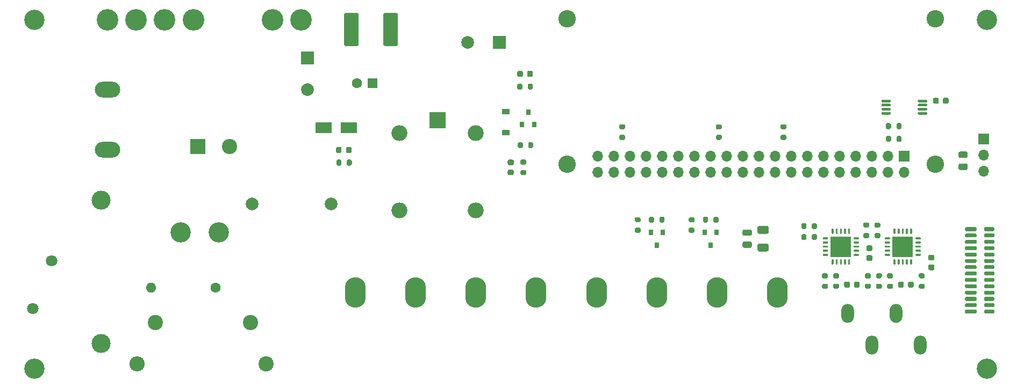
<source format=gbr>
%TF.GenerationSoftware,KiCad,Pcbnew,5.1.10*%
%TF.CreationDate,2021-12-07T00:10:18-05:00*%
%TF.ProjectId,oven-controller,6f76656e-2d63-46f6-9e74-726f6c6c6572,rev?*%
%TF.SameCoordinates,Original*%
%TF.FileFunction,Soldermask,Top*%
%TF.FilePolarity,Negative*%
%FSLAX46Y46*%
G04 Gerber Fmt 4.6, Leading zero omitted, Abs format (unit mm)*
G04 Created by KiCad (PCBNEW 5.1.10) date 2021-12-07 00:10:18*
%MOMM*%
%LPD*%
G01*
G04 APERTURE LIST*
%ADD10C,2.000000*%
%ADD11R,2.000000X2.000000*%
%ADD12C,2.400000*%
%ADD13C,1.600000*%
%ADD14R,1.600000X1.600000*%
%ADD15R,2.500000X1.800000*%
%ADD16R,1.200000X0.900000*%
%ADD17C,3.000000*%
%ADD18C,3.200000*%
%ADD19O,2.500000X2.500000*%
%ADD20R,2.500000X2.500000*%
%ADD21O,2.400000X2.400000*%
%ADD22C,1.800000*%
%ADD23R,3.250000X3.250000*%
%ADD24O,4.000000X2.500000*%
%ADD25O,2.000000X3.000000*%
%ADD26C,2.750000*%
%ADD27O,1.700000X1.700000*%
%ADD28R,1.700000X1.700000*%
%ADD29O,1.600000X1.600000*%
%ADD30O,3.300000X4.800000*%
%ADD31O,3.400000X3.400000*%
%ADD32R,2.400000X2.400000*%
%ADD33R,0.800000X0.900000*%
G04 APERTURE END LIST*
%TO.C,L2*%
G36*
G01*
X158950000Y-107870000D02*
X158950000Y-103130000D01*
G75*
G02*
X159180000Y-102900000I230000J0D01*
G01*
X161020000Y-102900000D01*
G75*
G02*
X161250000Y-103130000I0J-230000D01*
G01*
X161250000Y-107870000D01*
G75*
G02*
X161020000Y-108100000I-230000J0D01*
G01*
X159180000Y-108100000D01*
G75*
G02*
X158950000Y-107870000I0J230000D01*
G01*
G37*
G36*
G01*
X152750000Y-107870000D02*
X152750000Y-103130000D01*
G75*
G02*
X152980000Y-102900000I230000J0D01*
G01*
X154820000Y-102900000D01*
G75*
G02*
X155050000Y-103130000I0J-230000D01*
G01*
X155050000Y-107870000D01*
G75*
G02*
X154820000Y-108100000I-230000J0D01*
G01*
X152980000Y-108100000D01*
G75*
G02*
X152750000Y-107870000I0J230000D01*
G01*
G37*
%TD*%
D10*
%TO.C,BZ1*%
X172250000Y-107500000D03*
D11*
X177250000Y-107500000D03*
%TD*%
D12*
%TO.C,C3*%
X123000000Y-151750000D03*
X138000000Y-151750000D03*
%TD*%
D10*
%TO.C,C5*%
X147000000Y-115000000D03*
D11*
X147000000Y-110000000D03*
%TD*%
D13*
%TO.C,C6*%
X154750000Y-114000000D03*
D14*
X157250000Y-114000000D03*
%TD*%
D10*
%TO.C,C7*%
X138250000Y-133000000D03*
X150750000Y-133000000D03*
%TD*%
%TO.C,C8*%
G36*
G01*
X235250000Y-141100000D02*
X235750000Y-141100000D01*
G75*
G02*
X235975000Y-141325000I0J-225000D01*
G01*
X235975000Y-141775000D01*
G75*
G02*
X235750000Y-142000000I-225000J0D01*
G01*
X235250000Y-142000000D01*
G75*
G02*
X235025000Y-141775000I0J225000D01*
G01*
X235025000Y-141325000D01*
G75*
G02*
X235250000Y-141100000I225000J0D01*
G01*
G37*
G36*
G01*
X235250000Y-139550000D02*
X235750000Y-139550000D01*
G75*
G02*
X235975000Y-139775000I0J-225000D01*
G01*
X235975000Y-140225000D01*
G75*
G02*
X235750000Y-140450000I-225000J0D01*
G01*
X235250000Y-140450000D01*
G75*
G02*
X235025000Y-140225000I0J225000D01*
G01*
X235025000Y-139775000D01*
G75*
G02*
X235250000Y-139550000I225000J0D01*
G01*
G37*
%TD*%
%TO.C,C9*%
G36*
G01*
X245000000Y-142575000D02*
X245500000Y-142575000D01*
G75*
G02*
X245725000Y-142800000I0J-225000D01*
G01*
X245725000Y-143250000D01*
G75*
G02*
X245500000Y-143475000I-225000J0D01*
G01*
X245000000Y-143475000D01*
G75*
G02*
X244775000Y-143250000I0J225000D01*
G01*
X244775000Y-142800000D01*
G75*
G02*
X245000000Y-142575000I225000J0D01*
G01*
G37*
G36*
G01*
X245000000Y-141025000D02*
X245500000Y-141025000D01*
G75*
G02*
X245725000Y-141250000I0J-225000D01*
G01*
X245725000Y-141700000D01*
G75*
G02*
X245500000Y-141925000I-225000J0D01*
G01*
X245000000Y-141925000D01*
G75*
G02*
X244775000Y-141700000I0J225000D01*
G01*
X244775000Y-141250000D01*
G75*
G02*
X245000000Y-141025000I225000J0D01*
G01*
G37*
%TD*%
%TO.C,C10*%
G36*
G01*
X233075000Y-146000000D02*
X233075000Y-145500000D01*
G75*
G02*
X233300000Y-145275000I225000J0D01*
G01*
X233750000Y-145275000D01*
G75*
G02*
X233975000Y-145500000I0J-225000D01*
G01*
X233975000Y-146000000D01*
G75*
G02*
X233750000Y-146225000I-225000J0D01*
G01*
X233300000Y-146225000D01*
G75*
G02*
X233075000Y-146000000I0J225000D01*
G01*
G37*
G36*
G01*
X231525000Y-146000000D02*
X231525000Y-145500000D01*
G75*
G02*
X231750000Y-145275000I225000J0D01*
G01*
X232200000Y-145275000D01*
G75*
G02*
X232425000Y-145500000I0J-225000D01*
G01*
X232425000Y-146000000D01*
G75*
G02*
X232200000Y-146225000I-225000J0D01*
G01*
X231750000Y-146225000D01*
G75*
G02*
X231525000Y-146000000I0J225000D01*
G01*
G37*
%TD*%
%TO.C,C12*%
G36*
G01*
X181575000Y-112750000D02*
X181575000Y-112250000D01*
G75*
G02*
X181800000Y-112025000I225000J0D01*
G01*
X182250000Y-112025000D01*
G75*
G02*
X182475000Y-112250000I0J-225000D01*
G01*
X182475000Y-112750000D01*
G75*
G02*
X182250000Y-112975000I-225000J0D01*
G01*
X181800000Y-112975000D01*
G75*
G02*
X181575000Y-112750000I0J225000D01*
G01*
G37*
G36*
G01*
X180025000Y-112750000D02*
X180025000Y-112250000D01*
G75*
G02*
X180250000Y-112025000I225000J0D01*
G01*
X180700000Y-112025000D01*
G75*
G02*
X180925000Y-112250000I0J-225000D01*
G01*
X180925000Y-112750000D01*
G75*
G02*
X180700000Y-112975000I-225000J0D01*
G01*
X180250000Y-112975000D01*
G75*
G02*
X180025000Y-112750000I0J225000D01*
G01*
G37*
%TD*%
%TO.C,C11*%
G36*
G01*
X241575000Y-146000000D02*
X241575000Y-145500000D01*
G75*
G02*
X241800000Y-145275000I225000J0D01*
G01*
X242250000Y-145275000D01*
G75*
G02*
X242475000Y-145500000I0J-225000D01*
G01*
X242475000Y-146000000D01*
G75*
G02*
X242250000Y-146225000I-225000J0D01*
G01*
X241800000Y-146225000D01*
G75*
G02*
X241575000Y-146000000I0J225000D01*
G01*
G37*
G36*
G01*
X240025000Y-146000000D02*
X240025000Y-145500000D01*
G75*
G02*
X240250000Y-145275000I225000J0D01*
G01*
X240700000Y-145275000D01*
G75*
G02*
X240925000Y-145500000I0J-225000D01*
G01*
X240925000Y-146000000D01*
G75*
G02*
X240700000Y-146225000I-225000J0D01*
G01*
X240250000Y-146225000D01*
G75*
G02*
X240025000Y-146000000I0J225000D01*
G01*
G37*
%TD*%
%TO.C,C13*%
G36*
G01*
X247075000Y-117000000D02*
X247075000Y-116500000D01*
G75*
G02*
X247300000Y-116275000I225000J0D01*
G01*
X247750000Y-116275000D01*
G75*
G02*
X247975000Y-116500000I0J-225000D01*
G01*
X247975000Y-117000000D01*
G75*
G02*
X247750000Y-117225000I-225000J0D01*
G01*
X247300000Y-117225000D01*
G75*
G02*
X247075000Y-117000000I0J225000D01*
G01*
G37*
G36*
G01*
X245525000Y-117000000D02*
X245525000Y-116500000D01*
G75*
G02*
X245750000Y-116275000I225000J0D01*
G01*
X246200000Y-116275000D01*
G75*
G02*
X246425000Y-116500000I0J-225000D01*
G01*
X246425000Y-117000000D01*
G75*
G02*
X246200000Y-117225000I-225000J0D01*
G01*
X245750000Y-117225000D01*
G75*
G02*
X245525000Y-117000000I0J225000D01*
G01*
G37*
%TD*%
%TO.C,D2*%
G36*
G01*
X153062500Y-124756250D02*
X153062500Y-124243750D01*
G75*
G02*
X153281250Y-124025000I218750J0D01*
G01*
X153718750Y-124025000D01*
G75*
G02*
X153937500Y-124243750I0J-218750D01*
G01*
X153937500Y-124756250D01*
G75*
G02*
X153718750Y-124975000I-218750J0D01*
G01*
X153281250Y-124975000D01*
G75*
G02*
X153062500Y-124756250I0J218750D01*
G01*
G37*
G36*
G01*
X151487500Y-124756250D02*
X151487500Y-124243750D01*
G75*
G02*
X151706250Y-124025000I218750J0D01*
G01*
X152143750Y-124025000D01*
G75*
G02*
X152362500Y-124243750I0J-218750D01*
G01*
X152362500Y-124756250D01*
G75*
G02*
X152143750Y-124975000I-218750J0D01*
G01*
X151706250Y-124975000D01*
G75*
G02*
X151487500Y-124756250I0J218750D01*
G01*
G37*
%TD*%
D15*
%TO.C,D3*%
X149500000Y-121000000D03*
X153500000Y-121000000D03*
%TD*%
D16*
%TO.C,D1*%
X178250000Y-118450000D03*
X178250000Y-121750000D03*
%TD*%
%TO.C,D4*%
G36*
G01*
X179256250Y-126900000D02*
X178743750Y-126900000D01*
G75*
G02*
X178525000Y-126681250I0J218750D01*
G01*
X178525000Y-126243750D01*
G75*
G02*
X178743750Y-126025000I218750J0D01*
G01*
X179256250Y-126025000D01*
G75*
G02*
X179475000Y-126243750I0J-218750D01*
G01*
X179475000Y-126681250D01*
G75*
G02*
X179256250Y-126900000I-218750J0D01*
G01*
G37*
G36*
G01*
X179256250Y-128475000D02*
X178743750Y-128475000D01*
G75*
G02*
X178525000Y-128256250I0J218750D01*
G01*
X178525000Y-127818750D01*
G75*
G02*
X178743750Y-127600000I218750J0D01*
G01*
X179256250Y-127600000D01*
G75*
G02*
X179475000Y-127818750I0J-218750D01*
G01*
X179475000Y-128256250D01*
G75*
G02*
X179256250Y-128475000I-218750J0D01*
G01*
G37*
%TD*%
%TO.C,F2*%
G36*
G01*
X219375000Y-137725000D02*
X218125000Y-137725000D01*
G75*
G02*
X217875000Y-137475000I0J250000D01*
G01*
X217875000Y-136725000D01*
G75*
G02*
X218125000Y-136475000I250000J0D01*
G01*
X219375000Y-136475000D01*
G75*
G02*
X219625000Y-136725000I0J-250000D01*
G01*
X219625000Y-137475000D01*
G75*
G02*
X219375000Y-137725000I-250000J0D01*
G01*
G37*
G36*
G01*
X219375000Y-140525000D02*
X218125000Y-140525000D01*
G75*
G02*
X217875000Y-140275000I0J250000D01*
G01*
X217875000Y-139525000D01*
G75*
G02*
X218125000Y-139275000I250000J0D01*
G01*
X219375000Y-139275000D01*
G75*
G02*
X219625000Y-139525000I0J-250000D01*
G01*
X219625000Y-140275000D01*
G75*
G02*
X219375000Y-140525000I-250000J0D01*
G01*
G37*
%TD*%
D17*
%TO.C,F1*%
X114500000Y-132400000D03*
X114500000Y-155000000D03*
%TD*%
D18*
%TO.C,H1*%
X104000000Y-104000000D03*
%TD*%
%TO.C,H2*%
X104000000Y-159000000D03*
%TD*%
%TO.C,H3*%
X254000000Y-104000000D03*
%TD*%
%TO.C,H4*%
X254000000Y-159000000D03*
%TD*%
D19*
%TO.C,K1*%
X173500000Y-121800000D03*
X173500000Y-134000000D03*
X161500000Y-134000000D03*
X161500000Y-121800000D03*
D20*
X167500000Y-119800000D03*
%TD*%
D18*
%TO.C,L1*%
X127000000Y-137500000D03*
X133000000Y-137500000D03*
%TD*%
%TO.C,R6*%
G36*
G01*
X196300000Y-122100000D02*
X196850000Y-122100000D01*
G75*
G02*
X197050000Y-122300000I0J-200000D01*
G01*
X197050000Y-122700000D01*
G75*
G02*
X196850000Y-122900000I-200000J0D01*
G01*
X196300000Y-122900000D01*
G75*
G02*
X196100000Y-122700000I0J200000D01*
G01*
X196100000Y-122300000D01*
G75*
G02*
X196300000Y-122100000I200000J0D01*
G01*
G37*
G36*
G01*
X196300000Y-120450000D02*
X196850000Y-120450000D01*
G75*
G02*
X197050000Y-120650000I0J-200000D01*
G01*
X197050000Y-121050000D01*
G75*
G02*
X196850000Y-121250000I-200000J0D01*
G01*
X196300000Y-121250000D01*
G75*
G02*
X196100000Y-121050000I0J200000D01*
G01*
X196100000Y-120650000D01*
G75*
G02*
X196300000Y-120450000I200000J0D01*
G01*
G37*
%TD*%
%TO.C,R20*%
G36*
G01*
X210075000Y-135225000D02*
X210075000Y-135775000D01*
G75*
G02*
X209875000Y-135975000I-200000J0D01*
G01*
X209475000Y-135975000D01*
G75*
G02*
X209275000Y-135775000I0J200000D01*
G01*
X209275000Y-135225000D01*
G75*
G02*
X209475000Y-135025000I200000J0D01*
G01*
X209875000Y-135025000D01*
G75*
G02*
X210075000Y-135225000I0J-200000D01*
G01*
G37*
G36*
G01*
X211725000Y-135225000D02*
X211725000Y-135775000D01*
G75*
G02*
X211525000Y-135975000I-200000J0D01*
G01*
X211125000Y-135975000D01*
G75*
G02*
X210925000Y-135775000I0J200000D01*
G01*
X210925000Y-135225000D01*
G75*
G02*
X211125000Y-135025000I200000J0D01*
G01*
X211525000Y-135025000D01*
G75*
G02*
X211725000Y-135225000I0J-200000D01*
G01*
G37*
%TD*%
D21*
%TO.C,R1*%
X120180000Y-158250000D03*
D12*
X140500000Y-158250000D03*
%TD*%
%TO.C,R21*%
G36*
G01*
X207225000Y-136750000D02*
X207775000Y-136750000D01*
G75*
G02*
X207975000Y-136950000I0J-200000D01*
G01*
X207975000Y-137350000D01*
G75*
G02*
X207775000Y-137550000I-200000J0D01*
G01*
X207225000Y-137550000D01*
G75*
G02*
X207025000Y-137350000I0J200000D01*
G01*
X207025000Y-136950000D01*
G75*
G02*
X207225000Y-136750000I200000J0D01*
G01*
G37*
G36*
G01*
X207225000Y-135100000D02*
X207775000Y-135100000D01*
G75*
G02*
X207975000Y-135300000I0J-200000D01*
G01*
X207975000Y-135700000D01*
G75*
G02*
X207775000Y-135900000I-200000J0D01*
G01*
X207225000Y-135900000D01*
G75*
G02*
X207025000Y-135700000I0J200000D01*
G01*
X207025000Y-135300000D01*
G75*
G02*
X207225000Y-135100000I200000J0D01*
G01*
G37*
%TD*%
%TO.C,R4*%
G36*
G01*
X153175000Y-126775000D02*
X153175000Y-126225000D01*
G75*
G02*
X153375000Y-126025000I200000J0D01*
G01*
X153775000Y-126025000D01*
G75*
G02*
X153975000Y-126225000I0J-200000D01*
G01*
X153975000Y-126775000D01*
G75*
G02*
X153775000Y-126975000I-200000J0D01*
G01*
X153375000Y-126975000D01*
G75*
G02*
X153175000Y-126775000I0J200000D01*
G01*
G37*
G36*
G01*
X151525000Y-126775000D02*
X151525000Y-126225000D01*
G75*
G02*
X151725000Y-126025000I200000J0D01*
G01*
X152125000Y-126025000D01*
G75*
G02*
X152325000Y-126225000I0J-200000D01*
G01*
X152325000Y-126775000D01*
G75*
G02*
X152125000Y-126975000I-200000J0D01*
G01*
X151725000Y-126975000D01*
G75*
G02*
X151525000Y-126775000I0J200000D01*
G01*
G37*
%TD*%
%TO.C,R15*%
G36*
G01*
X201575000Y-135225000D02*
X201575000Y-135775000D01*
G75*
G02*
X201375000Y-135975000I-200000J0D01*
G01*
X200975000Y-135975000D01*
G75*
G02*
X200775000Y-135775000I0J200000D01*
G01*
X200775000Y-135225000D01*
G75*
G02*
X200975000Y-135025000I200000J0D01*
G01*
X201375000Y-135025000D01*
G75*
G02*
X201575000Y-135225000I0J-200000D01*
G01*
G37*
G36*
G01*
X203225000Y-135225000D02*
X203225000Y-135775000D01*
G75*
G02*
X203025000Y-135975000I-200000J0D01*
G01*
X202625000Y-135975000D01*
G75*
G02*
X202425000Y-135775000I0J200000D01*
G01*
X202425000Y-135225000D01*
G75*
G02*
X202625000Y-135025000I200000J0D01*
G01*
X203025000Y-135025000D01*
G75*
G02*
X203225000Y-135225000I0J-200000D01*
G01*
G37*
%TD*%
%TO.C,R17*%
G36*
G01*
X198725000Y-136750000D02*
X199275000Y-136750000D01*
G75*
G02*
X199475000Y-136950000I0J-200000D01*
G01*
X199475000Y-137350000D01*
G75*
G02*
X199275000Y-137550000I-200000J0D01*
G01*
X198725000Y-137550000D01*
G75*
G02*
X198525000Y-137350000I0J200000D01*
G01*
X198525000Y-136950000D01*
G75*
G02*
X198725000Y-136750000I200000J0D01*
G01*
G37*
G36*
G01*
X198725000Y-135100000D02*
X199275000Y-135100000D01*
G75*
G02*
X199475000Y-135300000I0J-200000D01*
G01*
X199475000Y-135700000D01*
G75*
G02*
X199275000Y-135900000I-200000J0D01*
G01*
X198725000Y-135900000D01*
G75*
G02*
X198525000Y-135700000I0J200000D01*
G01*
X198525000Y-135300000D01*
G75*
G02*
X198725000Y-135100000I200000J0D01*
G01*
G37*
%TD*%
%TO.C,R7*%
G36*
G01*
X221675000Y-122100000D02*
X222225000Y-122100000D01*
G75*
G02*
X222425000Y-122300000I0J-200000D01*
G01*
X222425000Y-122700000D01*
G75*
G02*
X222225000Y-122900000I-200000J0D01*
G01*
X221675000Y-122900000D01*
G75*
G02*
X221475000Y-122700000I0J200000D01*
G01*
X221475000Y-122300000D01*
G75*
G02*
X221675000Y-122100000I200000J0D01*
G01*
G37*
G36*
G01*
X221675000Y-120450000D02*
X222225000Y-120450000D01*
G75*
G02*
X222425000Y-120650000I0J-200000D01*
G01*
X222425000Y-121050000D01*
G75*
G02*
X222225000Y-121250000I-200000J0D01*
G01*
X221675000Y-121250000D01*
G75*
G02*
X221475000Y-121050000I0J200000D01*
G01*
X221475000Y-120650000D01*
G75*
G02*
X221675000Y-120450000I200000J0D01*
G01*
G37*
%TD*%
%TO.C,R11*%
G36*
G01*
X228775000Y-144750000D02*
X228225000Y-144750000D01*
G75*
G02*
X228025000Y-144550000I0J200000D01*
G01*
X228025000Y-144150000D01*
G75*
G02*
X228225000Y-143950000I200000J0D01*
G01*
X228775000Y-143950000D01*
G75*
G02*
X228975000Y-144150000I0J-200000D01*
G01*
X228975000Y-144550000D01*
G75*
G02*
X228775000Y-144750000I-200000J0D01*
G01*
G37*
G36*
G01*
X228775000Y-146400000D02*
X228225000Y-146400000D01*
G75*
G02*
X228025000Y-146200000I0J200000D01*
G01*
X228025000Y-145800000D01*
G75*
G02*
X228225000Y-145600000I200000J0D01*
G01*
X228775000Y-145600000D01*
G75*
G02*
X228975000Y-145800000I0J-200000D01*
G01*
X228975000Y-146200000D01*
G75*
G02*
X228775000Y-146400000I-200000J0D01*
G01*
G37*
%TD*%
%TO.C,R12*%
G36*
G01*
X229975000Y-145600000D02*
X230525000Y-145600000D01*
G75*
G02*
X230725000Y-145800000I0J-200000D01*
G01*
X230725000Y-146200000D01*
G75*
G02*
X230525000Y-146400000I-200000J0D01*
G01*
X229975000Y-146400000D01*
G75*
G02*
X229775000Y-146200000I0J200000D01*
G01*
X229775000Y-145800000D01*
G75*
G02*
X229975000Y-145600000I200000J0D01*
G01*
G37*
G36*
G01*
X229975000Y-143950000D02*
X230525000Y-143950000D01*
G75*
G02*
X230725000Y-144150000I0J-200000D01*
G01*
X230725000Y-144550000D01*
G75*
G02*
X230525000Y-144750000I-200000J0D01*
G01*
X229975000Y-144750000D01*
G75*
G02*
X229775000Y-144550000I0J200000D01*
G01*
X229775000Y-144150000D01*
G75*
G02*
X229975000Y-143950000I200000J0D01*
G01*
G37*
%TD*%
%TO.C,R3*%
G36*
G01*
X181750000Y-124025000D02*
X181750000Y-123475000D01*
G75*
G02*
X181950000Y-123275000I200000J0D01*
G01*
X182350000Y-123275000D01*
G75*
G02*
X182550000Y-123475000I0J-200000D01*
G01*
X182550000Y-124025000D01*
G75*
G02*
X182350000Y-124225000I-200000J0D01*
G01*
X181950000Y-124225000D01*
G75*
G02*
X181750000Y-124025000I0J200000D01*
G01*
G37*
G36*
G01*
X180100000Y-124025000D02*
X180100000Y-123475000D01*
G75*
G02*
X180300000Y-123275000I200000J0D01*
G01*
X180700000Y-123275000D01*
G75*
G02*
X180900000Y-123475000I0J-200000D01*
G01*
X180900000Y-124025000D01*
G75*
G02*
X180700000Y-124225000I-200000J0D01*
G01*
X180300000Y-124225000D01*
G75*
G02*
X180100000Y-124025000I0J200000D01*
G01*
G37*
%TD*%
%TO.C,R5*%
G36*
G01*
X180725000Y-127675000D02*
X181275000Y-127675000D01*
G75*
G02*
X181475000Y-127875000I0J-200000D01*
G01*
X181475000Y-128275000D01*
G75*
G02*
X181275000Y-128475000I-200000J0D01*
G01*
X180725000Y-128475000D01*
G75*
G02*
X180525000Y-128275000I0J200000D01*
G01*
X180525000Y-127875000D01*
G75*
G02*
X180725000Y-127675000I200000J0D01*
G01*
G37*
G36*
G01*
X180725000Y-126025000D02*
X181275000Y-126025000D01*
G75*
G02*
X181475000Y-126225000I0J-200000D01*
G01*
X181475000Y-126625000D01*
G75*
G02*
X181275000Y-126825000I-200000J0D01*
G01*
X180725000Y-126825000D01*
G75*
G02*
X180525000Y-126625000I0J200000D01*
G01*
X180525000Y-126225000D01*
G75*
G02*
X180725000Y-126025000I200000J0D01*
G01*
G37*
%TD*%
%TO.C,R13*%
G36*
G01*
X226425000Y-136775000D02*
X226425000Y-136225000D01*
G75*
G02*
X226625000Y-136025000I200000J0D01*
G01*
X227025000Y-136025000D01*
G75*
G02*
X227225000Y-136225000I0J-200000D01*
G01*
X227225000Y-136775000D01*
G75*
G02*
X227025000Y-136975000I-200000J0D01*
G01*
X226625000Y-136975000D01*
G75*
G02*
X226425000Y-136775000I0J200000D01*
G01*
G37*
G36*
G01*
X224775000Y-136775000D02*
X224775000Y-136225000D01*
G75*
G02*
X224975000Y-136025000I200000J0D01*
G01*
X225375000Y-136025000D01*
G75*
G02*
X225575000Y-136225000I0J-200000D01*
G01*
X225575000Y-136775000D01*
G75*
G02*
X225375000Y-136975000I-200000J0D01*
G01*
X224975000Y-136975000D01*
G75*
G02*
X224775000Y-136775000I0J200000D01*
G01*
G37*
%TD*%
%TO.C,R14*%
G36*
G01*
X235525000Y-144750000D02*
X234975000Y-144750000D01*
G75*
G02*
X234775000Y-144550000I0J200000D01*
G01*
X234775000Y-144150000D01*
G75*
G02*
X234975000Y-143950000I200000J0D01*
G01*
X235525000Y-143950000D01*
G75*
G02*
X235725000Y-144150000I0J-200000D01*
G01*
X235725000Y-144550000D01*
G75*
G02*
X235525000Y-144750000I-200000J0D01*
G01*
G37*
G36*
G01*
X235525000Y-146400000D02*
X234975000Y-146400000D01*
G75*
G02*
X234775000Y-146200000I0J200000D01*
G01*
X234775000Y-145800000D01*
G75*
G02*
X234975000Y-145600000I200000J0D01*
G01*
X235525000Y-145600000D01*
G75*
G02*
X235725000Y-145800000I0J-200000D01*
G01*
X235725000Y-146200000D01*
G75*
G02*
X235525000Y-146400000I-200000J0D01*
G01*
G37*
%TD*%
%TO.C,R16*%
G36*
G01*
X225575000Y-137975000D02*
X225575000Y-138525000D01*
G75*
G02*
X225375000Y-138725000I-200000J0D01*
G01*
X224975000Y-138725000D01*
G75*
G02*
X224775000Y-138525000I0J200000D01*
G01*
X224775000Y-137975000D01*
G75*
G02*
X224975000Y-137775000I200000J0D01*
G01*
X225375000Y-137775000D01*
G75*
G02*
X225575000Y-137975000I0J-200000D01*
G01*
G37*
G36*
G01*
X227225000Y-137975000D02*
X227225000Y-138525000D01*
G75*
G02*
X227025000Y-138725000I-200000J0D01*
G01*
X226625000Y-138725000D01*
G75*
G02*
X226425000Y-138525000I0J200000D01*
G01*
X226425000Y-137975000D01*
G75*
G02*
X226625000Y-137775000I200000J0D01*
G01*
X227025000Y-137775000D01*
G75*
G02*
X227225000Y-137975000I0J-200000D01*
G01*
G37*
%TD*%
%TO.C,R22*%
G36*
G01*
X181675000Y-114775000D02*
X181675000Y-114225000D01*
G75*
G02*
X181875000Y-114025000I200000J0D01*
G01*
X182275000Y-114025000D01*
G75*
G02*
X182475000Y-114225000I0J-200000D01*
G01*
X182475000Y-114775000D01*
G75*
G02*
X182275000Y-114975000I-200000J0D01*
G01*
X181875000Y-114975000D01*
G75*
G02*
X181675000Y-114775000I0J200000D01*
G01*
G37*
G36*
G01*
X180025000Y-114775000D02*
X180025000Y-114225000D01*
G75*
G02*
X180225000Y-114025000I200000J0D01*
G01*
X180625000Y-114025000D01*
G75*
G02*
X180825000Y-114225000I0J-200000D01*
G01*
X180825000Y-114775000D01*
G75*
G02*
X180625000Y-114975000I-200000J0D01*
G01*
X180225000Y-114975000D01*
G75*
G02*
X180025000Y-114775000I0J200000D01*
G01*
G37*
%TD*%
%TO.C,R18*%
G36*
G01*
X237275000Y-144750000D02*
X236725000Y-144750000D01*
G75*
G02*
X236525000Y-144550000I0J200000D01*
G01*
X236525000Y-144150000D01*
G75*
G02*
X236725000Y-143950000I200000J0D01*
G01*
X237275000Y-143950000D01*
G75*
G02*
X237475000Y-144150000I0J-200000D01*
G01*
X237475000Y-144550000D01*
G75*
G02*
X237275000Y-144750000I-200000J0D01*
G01*
G37*
G36*
G01*
X237275000Y-146400000D02*
X236725000Y-146400000D01*
G75*
G02*
X236525000Y-146200000I0J200000D01*
G01*
X236525000Y-145800000D01*
G75*
G02*
X236725000Y-145600000I200000J0D01*
G01*
X237275000Y-145600000D01*
G75*
G02*
X237475000Y-145800000I0J-200000D01*
G01*
X237475000Y-146200000D01*
G75*
G02*
X237275000Y-146400000I-200000J0D01*
G01*
G37*
%TD*%
%TO.C,R19*%
G36*
G01*
X238475000Y-145600000D02*
X239025000Y-145600000D01*
G75*
G02*
X239225000Y-145800000I0J-200000D01*
G01*
X239225000Y-146200000D01*
G75*
G02*
X239025000Y-146400000I-200000J0D01*
G01*
X238475000Y-146400000D01*
G75*
G02*
X238275000Y-146200000I0J200000D01*
G01*
X238275000Y-145800000D01*
G75*
G02*
X238475000Y-145600000I200000J0D01*
G01*
G37*
G36*
G01*
X238475000Y-143950000D02*
X239025000Y-143950000D01*
G75*
G02*
X239225000Y-144150000I0J-200000D01*
G01*
X239225000Y-144550000D01*
G75*
G02*
X239025000Y-144750000I-200000J0D01*
G01*
X238475000Y-144750000D01*
G75*
G02*
X238275000Y-144550000I0J200000D01*
G01*
X238275000Y-144150000D01*
G75*
G02*
X238475000Y-143950000I200000J0D01*
G01*
G37*
%TD*%
%TO.C,R23*%
G36*
G01*
X234725000Y-137600000D02*
X235275000Y-137600000D01*
G75*
G02*
X235475000Y-137800000I0J-200000D01*
G01*
X235475000Y-138200000D01*
G75*
G02*
X235275000Y-138400000I-200000J0D01*
G01*
X234725000Y-138400000D01*
G75*
G02*
X234525000Y-138200000I0J200000D01*
G01*
X234525000Y-137800000D01*
G75*
G02*
X234725000Y-137600000I200000J0D01*
G01*
G37*
G36*
G01*
X234725000Y-135950000D02*
X235275000Y-135950000D01*
G75*
G02*
X235475000Y-136150000I0J-200000D01*
G01*
X235475000Y-136550000D01*
G75*
G02*
X235275000Y-136750000I-200000J0D01*
G01*
X234725000Y-136750000D01*
G75*
G02*
X234525000Y-136550000I0J200000D01*
G01*
X234525000Y-136150000D01*
G75*
G02*
X234725000Y-135950000I200000J0D01*
G01*
G37*
%TD*%
%TO.C,R24*%
G36*
G01*
X244025000Y-144750000D02*
X243475000Y-144750000D01*
G75*
G02*
X243275000Y-144550000I0J200000D01*
G01*
X243275000Y-144150000D01*
G75*
G02*
X243475000Y-143950000I200000J0D01*
G01*
X244025000Y-143950000D01*
G75*
G02*
X244225000Y-144150000I0J-200000D01*
G01*
X244225000Y-144550000D01*
G75*
G02*
X244025000Y-144750000I-200000J0D01*
G01*
G37*
G36*
G01*
X244025000Y-146400000D02*
X243475000Y-146400000D01*
G75*
G02*
X243275000Y-146200000I0J200000D01*
G01*
X243275000Y-145800000D01*
G75*
G02*
X243475000Y-145600000I200000J0D01*
G01*
X244025000Y-145600000D01*
G75*
G02*
X244225000Y-145800000I0J-200000D01*
G01*
X244225000Y-146200000D01*
G75*
G02*
X244025000Y-146400000I-200000J0D01*
G01*
G37*
%TD*%
%TO.C,R25*%
G36*
G01*
X237025000Y-136750000D02*
X236475000Y-136750000D01*
G75*
G02*
X236275000Y-136550000I0J200000D01*
G01*
X236275000Y-136150000D01*
G75*
G02*
X236475000Y-135950000I200000J0D01*
G01*
X237025000Y-135950000D01*
G75*
G02*
X237225000Y-136150000I0J-200000D01*
G01*
X237225000Y-136550000D01*
G75*
G02*
X237025000Y-136750000I-200000J0D01*
G01*
G37*
G36*
G01*
X237025000Y-138400000D02*
X236475000Y-138400000D01*
G75*
G02*
X236275000Y-138200000I0J200000D01*
G01*
X236275000Y-137800000D01*
G75*
G02*
X236475000Y-137600000I200000J0D01*
G01*
X237025000Y-137600000D01*
G75*
G02*
X237225000Y-137800000I0J-200000D01*
G01*
X237225000Y-138200000D01*
G75*
G02*
X237025000Y-138400000I-200000J0D01*
G01*
G37*
%TD*%
D22*
%TO.C,RV1*%
X106650000Y-142000000D03*
X103750000Y-149500000D03*
%TD*%
D23*
%TO.C,U2*%
X231000000Y-139750000D03*
G36*
G01*
X228900000Y-141200000D02*
X228225000Y-141200000D01*
G75*
G02*
X228150000Y-141125000I0J75000D01*
G01*
X228150000Y-140975000D01*
G75*
G02*
X228225000Y-140900000I75000J0D01*
G01*
X228900000Y-140900000D01*
G75*
G02*
X228975000Y-140975000I0J-75000D01*
G01*
X228975000Y-141125000D01*
G75*
G02*
X228900000Y-141200000I-75000J0D01*
G01*
G37*
G36*
G01*
X228900000Y-140550000D02*
X228225000Y-140550000D01*
G75*
G02*
X228150000Y-140475000I0J75000D01*
G01*
X228150000Y-140325000D01*
G75*
G02*
X228225000Y-140250000I75000J0D01*
G01*
X228900000Y-140250000D01*
G75*
G02*
X228975000Y-140325000I0J-75000D01*
G01*
X228975000Y-140475000D01*
G75*
G02*
X228900000Y-140550000I-75000J0D01*
G01*
G37*
G36*
G01*
X228900000Y-139900000D02*
X228225000Y-139900000D01*
G75*
G02*
X228150000Y-139825000I0J75000D01*
G01*
X228150000Y-139675000D01*
G75*
G02*
X228225000Y-139600000I75000J0D01*
G01*
X228900000Y-139600000D01*
G75*
G02*
X228975000Y-139675000I0J-75000D01*
G01*
X228975000Y-139825000D01*
G75*
G02*
X228900000Y-139900000I-75000J0D01*
G01*
G37*
G36*
G01*
X228900000Y-139250000D02*
X228225000Y-139250000D01*
G75*
G02*
X228150000Y-139175000I0J75000D01*
G01*
X228150000Y-139025000D01*
G75*
G02*
X228225000Y-138950000I75000J0D01*
G01*
X228900000Y-138950000D01*
G75*
G02*
X228975000Y-139025000I0J-75000D01*
G01*
X228975000Y-139175000D01*
G75*
G02*
X228900000Y-139250000I-75000J0D01*
G01*
G37*
G36*
G01*
X228900000Y-138600000D02*
X228225000Y-138600000D01*
G75*
G02*
X228150000Y-138525000I0J75000D01*
G01*
X228150000Y-138375000D01*
G75*
G02*
X228225000Y-138300000I75000J0D01*
G01*
X228900000Y-138300000D01*
G75*
G02*
X228975000Y-138375000I0J-75000D01*
G01*
X228975000Y-138525000D01*
G75*
G02*
X228900000Y-138600000I-75000J0D01*
G01*
G37*
G36*
G01*
X229775000Y-137725000D02*
X229625000Y-137725000D01*
G75*
G02*
X229550000Y-137650000I0J75000D01*
G01*
X229550000Y-136975000D01*
G75*
G02*
X229625000Y-136900000I75000J0D01*
G01*
X229775000Y-136900000D01*
G75*
G02*
X229850000Y-136975000I0J-75000D01*
G01*
X229850000Y-137650000D01*
G75*
G02*
X229775000Y-137725000I-75000J0D01*
G01*
G37*
G36*
G01*
X230425000Y-137725000D02*
X230275000Y-137725000D01*
G75*
G02*
X230200000Y-137650000I0J75000D01*
G01*
X230200000Y-136975000D01*
G75*
G02*
X230275000Y-136900000I75000J0D01*
G01*
X230425000Y-136900000D01*
G75*
G02*
X230500000Y-136975000I0J-75000D01*
G01*
X230500000Y-137650000D01*
G75*
G02*
X230425000Y-137725000I-75000J0D01*
G01*
G37*
G36*
G01*
X231075000Y-137725000D02*
X230925000Y-137725000D01*
G75*
G02*
X230850000Y-137650000I0J75000D01*
G01*
X230850000Y-136975000D01*
G75*
G02*
X230925000Y-136900000I75000J0D01*
G01*
X231075000Y-136900000D01*
G75*
G02*
X231150000Y-136975000I0J-75000D01*
G01*
X231150000Y-137650000D01*
G75*
G02*
X231075000Y-137725000I-75000J0D01*
G01*
G37*
G36*
G01*
X231725000Y-137725000D02*
X231575000Y-137725000D01*
G75*
G02*
X231500000Y-137650000I0J75000D01*
G01*
X231500000Y-136975000D01*
G75*
G02*
X231575000Y-136900000I75000J0D01*
G01*
X231725000Y-136900000D01*
G75*
G02*
X231800000Y-136975000I0J-75000D01*
G01*
X231800000Y-137650000D01*
G75*
G02*
X231725000Y-137725000I-75000J0D01*
G01*
G37*
G36*
G01*
X232375000Y-137725000D02*
X232225000Y-137725000D01*
G75*
G02*
X232150000Y-137650000I0J75000D01*
G01*
X232150000Y-136975000D01*
G75*
G02*
X232225000Y-136900000I75000J0D01*
G01*
X232375000Y-136900000D01*
G75*
G02*
X232450000Y-136975000I0J-75000D01*
G01*
X232450000Y-137650000D01*
G75*
G02*
X232375000Y-137725000I-75000J0D01*
G01*
G37*
G36*
G01*
X233775000Y-138600000D02*
X233100000Y-138600000D01*
G75*
G02*
X233025000Y-138525000I0J75000D01*
G01*
X233025000Y-138375000D01*
G75*
G02*
X233100000Y-138300000I75000J0D01*
G01*
X233775000Y-138300000D01*
G75*
G02*
X233850000Y-138375000I0J-75000D01*
G01*
X233850000Y-138525000D01*
G75*
G02*
X233775000Y-138600000I-75000J0D01*
G01*
G37*
G36*
G01*
X233775000Y-139250000D02*
X233100000Y-139250000D01*
G75*
G02*
X233025000Y-139175000I0J75000D01*
G01*
X233025000Y-139025000D01*
G75*
G02*
X233100000Y-138950000I75000J0D01*
G01*
X233775000Y-138950000D01*
G75*
G02*
X233850000Y-139025000I0J-75000D01*
G01*
X233850000Y-139175000D01*
G75*
G02*
X233775000Y-139250000I-75000J0D01*
G01*
G37*
G36*
G01*
X233775000Y-139900000D02*
X233100000Y-139900000D01*
G75*
G02*
X233025000Y-139825000I0J75000D01*
G01*
X233025000Y-139675000D01*
G75*
G02*
X233100000Y-139600000I75000J0D01*
G01*
X233775000Y-139600000D01*
G75*
G02*
X233850000Y-139675000I0J-75000D01*
G01*
X233850000Y-139825000D01*
G75*
G02*
X233775000Y-139900000I-75000J0D01*
G01*
G37*
G36*
G01*
X233775000Y-140550000D02*
X233100000Y-140550000D01*
G75*
G02*
X233025000Y-140475000I0J75000D01*
G01*
X233025000Y-140325000D01*
G75*
G02*
X233100000Y-140250000I75000J0D01*
G01*
X233775000Y-140250000D01*
G75*
G02*
X233850000Y-140325000I0J-75000D01*
G01*
X233850000Y-140475000D01*
G75*
G02*
X233775000Y-140550000I-75000J0D01*
G01*
G37*
G36*
G01*
X233775000Y-141200000D02*
X233100000Y-141200000D01*
G75*
G02*
X233025000Y-141125000I0J75000D01*
G01*
X233025000Y-140975000D01*
G75*
G02*
X233100000Y-140900000I75000J0D01*
G01*
X233775000Y-140900000D01*
G75*
G02*
X233850000Y-140975000I0J-75000D01*
G01*
X233850000Y-141125000D01*
G75*
G02*
X233775000Y-141200000I-75000J0D01*
G01*
G37*
G36*
G01*
X232375000Y-142600000D02*
X232225000Y-142600000D01*
G75*
G02*
X232150000Y-142525000I0J75000D01*
G01*
X232150000Y-141850000D01*
G75*
G02*
X232225000Y-141775000I75000J0D01*
G01*
X232375000Y-141775000D01*
G75*
G02*
X232450000Y-141850000I0J-75000D01*
G01*
X232450000Y-142525000D01*
G75*
G02*
X232375000Y-142600000I-75000J0D01*
G01*
G37*
G36*
G01*
X231725000Y-142600000D02*
X231575000Y-142600000D01*
G75*
G02*
X231500000Y-142525000I0J75000D01*
G01*
X231500000Y-141850000D01*
G75*
G02*
X231575000Y-141775000I75000J0D01*
G01*
X231725000Y-141775000D01*
G75*
G02*
X231800000Y-141850000I0J-75000D01*
G01*
X231800000Y-142525000D01*
G75*
G02*
X231725000Y-142600000I-75000J0D01*
G01*
G37*
G36*
G01*
X231075000Y-142600000D02*
X230925000Y-142600000D01*
G75*
G02*
X230850000Y-142525000I0J75000D01*
G01*
X230850000Y-141850000D01*
G75*
G02*
X230925000Y-141775000I75000J0D01*
G01*
X231075000Y-141775000D01*
G75*
G02*
X231150000Y-141850000I0J-75000D01*
G01*
X231150000Y-142525000D01*
G75*
G02*
X231075000Y-142600000I-75000J0D01*
G01*
G37*
G36*
G01*
X230425000Y-142600000D02*
X230275000Y-142600000D01*
G75*
G02*
X230200000Y-142525000I0J75000D01*
G01*
X230200000Y-141850000D01*
G75*
G02*
X230275000Y-141775000I75000J0D01*
G01*
X230425000Y-141775000D01*
G75*
G02*
X230500000Y-141850000I0J-75000D01*
G01*
X230500000Y-142525000D01*
G75*
G02*
X230425000Y-142600000I-75000J0D01*
G01*
G37*
G36*
G01*
X229775000Y-142600000D02*
X229625000Y-142600000D01*
G75*
G02*
X229550000Y-142525000I0J75000D01*
G01*
X229550000Y-141850000D01*
G75*
G02*
X229625000Y-141775000I75000J0D01*
G01*
X229775000Y-141775000D01*
G75*
G02*
X229850000Y-141850000I0J-75000D01*
G01*
X229850000Y-142525000D01*
G75*
G02*
X229775000Y-142600000I-75000J0D01*
G01*
G37*
%TD*%
%TO.C,U4*%
G36*
G01*
X243125000Y-116875000D02*
X243125000Y-116675000D01*
G75*
G02*
X243225000Y-116575000I100000J0D01*
G01*
X244500000Y-116575000D01*
G75*
G02*
X244600000Y-116675000I0J-100000D01*
G01*
X244600000Y-116875000D01*
G75*
G02*
X244500000Y-116975000I-100000J0D01*
G01*
X243225000Y-116975000D01*
G75*
G02*
X243125000Y-116875000I0J100000D01*
G01*
G37*
G36*
G01*
X243125000Y-117525000D02*
X243125000Y-117325000D01*
G75*
G02*
X243225000Y-117225000I100000J0D01*
G01*
X244500000Y-117225000D01*
G75*
G02*
X244600000Y-117325000I0J-100000D01*
G01*
X244600000Y-117525000D01*
G75*
G02*
X244500000Y-117625000I-100000J0D01*
G01*
X243225000Y-117625000D01*
G75*
G02*
X243125000Y-117525000I0J100000D01*
G01*
G37*
G36*
G01*
X243125000Y-118175000D02*
X243125000Y-117975000D01*
G75*
G02*
X243225000Y-117875000I100000J0D01*
G01*
X244500000Y-117875000D01*
G75*
G02*
X244600000Y-117975000I0J-100000D01*
G01*
X244600000Y-118175000D01*
G75*
G02*
X244500000Y-118275000I-100000J0D01*
G01*
X243225000Y-118275000D01*
G75*
G02*
X243125000Y-118175000I0J100000D01*
G01*
G37*
G36*
G01*
X243125000Y-118825000D02*
X243125000Y-118625000D01*
G75*
G02*
X243225000Y-118525000I100000J0D01*
G01*
X244500000Y-118525000D01*
G75*
G02*
X244600000Y-118625000I0J-100000D01*
G01*
X244600000Y-118825000D01*
G75*
G02*
X244500000Y-118925000I-100000J0D01*
G01*
X243225000Y-118925000D01*
G75*
G02*
X243125000Y-118825000I0J100000D01*
G01*
G37*
G36*
G01*
X237400000Y-118825000D02*
X237400000Y-118625000D01*
G75*
G02*
X237500000Y-118525000I100000J0D01*
G01*
X238775000Y-118525000D01*
G75*
G02*
X238875000Y-118625000I0J-100000D01*
G01*
X238875000Y-118825000D01*
G75*
G02*
X238775000Y-118925000I-100000J0D01*
G01*
X237500000Y-118925000D01*
G75*
G02*
X237400000Y-118825000I0J100000D01*
G01*
G37*
G36*
G01*
X237400000Y-118175000D02*
X237400000Y-117975000D01*
G75*
G02*
X237500000Y-117875000I100000J0D01*
G01*
X238775000Y-117875000D01*
G75*
G02*
X238875000Y-117975000I0J-100000D01*
G01*
X238875000Y-118175000D01*
G75*
G02*
X238775000Y-118275000I-100000J0D01*
G01*
X237500000Y-118275000D01*
G75*
G02*
X237400000Y-118175000I0J100000D01*
G01*
G37*
G36*
G01*
X237400000Y-117525000D02*
X237400000Y-117325000D01*
G75*
G02*
X237500000Y-117225000I100000J0D01*
G01*
X238775000Y-117225000D01*
G75*
G02*
X238875000Y-117325000I0J-100000D01*
G01*
X238875000Y-117525000D01*
G75*
G02*
X238775000Y-117625000I-100000J0D01*
G01*
X237500000Y-117625000D01*
G75*
G02*
X237400000Y-117525000I0J100000D01*
G01*
G37*
G36*
G01*
X237400000Y-116875000D02*
X237400000Y-116675000D01*
G75*
G02*
X237500000Y-116575000I100000J0D01*
G01*
X238775000Y-116575000D01*
G75*
G02*
X238875000Y-116675000I0J-100000D01*
G01*
X238875000Y-116875000D01*
G75*
G02*
X238775000Y-116975000I-100000J0D01*
G01*
X237500000Y-116975000D01*
G75*
G02*
X237400000Y-116875000I0J100000D01*
G01*
G37*
%TD*%
%TO.C,U5*%
X240750000Y-139750000D03*
G36*
G01*
X238650000Y-141200000D02*
X237975000Y-141200000D01*
G75*
G02*
X237900000Y-141125000I0J75000D01*
G01*
X237900000Y-140975000D01*
G75*
G02*
X237975000Y-140900000I75000J0D01*
G01*
X238650000Y-140900000D01*
G75*
G02*
X238725000Y-140975000I0J-75000D01*
G01*
X238725000Y-141125000D01*
G75*
G02*
X238650000Y-141200000I-75000J0D01*
G01*
G37*
G36*
G01*
X238650000Y-140550000D02*
X237975000Y-140550000D01*
G75*
G02*
X237900000Y-140475000I0J75000D01*
G01*
X237900000Y-140325000D01*
G75*
G02*
X237975000Y-140250000I75000J0D01*
G01*
X238650000Y-140250000D01*
G75*
G02*
X238725000Y-140325000I0J-75000D01*
G01*
X238725000Y-140475000D01*
G75*
G02*
X238650000Y-140550000I-75000J0D01*
G01*
G37*
G36*
G01*
X238650000Y-139900000D02*
X237975000Y-139900000D01*
G75*
G02*
X237900000Y-139825000I0J75000D01*
G01*
X237900000Y-139675000D01*
G75*
G02*
X237975000Y-139600000I75000J0D01*
G01*
X238650000Y-139600000D01*
G75*
G02*
X238725000Y-139675000I0J-75000D01*
G01*
X238725000Y-139825000D01*
G75*
G02*
X238650000Y-139900000I-75000J0D01*
G01*
G37*
G36*
G01*
X238650000Y-139250000D02*
X237975000Y-139250000D01*
G75*
G02*
X237900000Y-139175000I0J75000D01*
G01*
X237900000Y-139025000D01*
G75*
G02*
X237975000Y-138950000I75000J0D01*
G01*
X238650000Y-138950000D01*
G75*
G02*
X238725000Y-139025000I0J-75000D01*
G01*
X238725000Y-139175000D01*
G75*
G02*
X238650000Y-139250000I-75000J0D01*
G01*
G37*
G36*
G01*
X238650000Y-138600000D02*
X237975000Y-138600000D01*
G75*
G02*
X237900000Y-138525000I0J75000D01*
G01*
X237900000Y-138375000D01*
G75*
G02*
X237975000Y-138300000I75000J0D01*
G01*
X238650000Y-138300000D01*
G75*
G02*
X238725000Y-138375000I0J-75000D01*
G01*
X238725000Y-138525000D01*
G75*
G02*
X238650000Y-138600000I-75000J0D01*
G01*
G37*
G36*
G01*
X239525000Y-137725000D02*
X239375000Y-137725000D01*
G75*
G02*
X239300000Y-137650000I0J75000D01*
G01*
X239300000Y-136975000D01*
G75*
G02*
X239375000Y-136900000I75000J0D01*
G01*
X239525000Y-136900000D01*
G75*
G02*
X239600000Y-136975000I0J-75000D01*
G01*
X239600000Y-137650000D01*
G75*
G02*
X239525000Y-137725000I-75000J0D01*
G01*
G37*
G36*
G01*
X240175000Y-137725000D02*
X240025000Y-137725000D01*
G75*
G02*
X239950000Y-137650000I0J75000D01*
G01*
X239950000Y-136975000D01*
G75*
G02*
X240025000Y-136900000I75000J0D01*
G01*
X240175000Y-136900000D01*
G75*
G02*
X240250000Y-136975000I0J-75000D01*
G01*
X240250000Y-137650000D01*
G75*
G02*
X240175000Y-137725000I-75000J0D01*
G01*
G37*
G36*
G01*
X240825000Y-137725000D02*
X240675000Y-137725000D01*
G75*
G02*
X240600000Y-137650000I0J75000D01*
G01*
X240600000Y-136975000D01*
G75*
G02*
X240675000Y-136900000I75000J0D01*
G01*
X240825000Y-136900000D01*
G75*
G02*
X240900000Y-136975000I0J-75000D01*
G01*
X240900000Y-137650000D01*
G75*
G02*
X240825000Y-137725000I-75000J0D01*
G01*
G37*
G36*
G01*
X241475000Y-137725000D02*
X241325000Y-137725000D01*
G75*
G02*
X241250000Y-137650000I0J75000D01*
G01*
X241250000Y-136975000D01*
G75*
G02*
X241325000Y-136900000I75000J0D01*
G01*
X241475000Y-136900000D01*
G75*
G02*
X241550000Y-136975000I0J-75000D01*
G01*
X241550000Y-137650000D01*
G75*
G02*
X241475000Y-137725000I-75000J0D01*
G01*
G37*
G36*
G01*
X242125000Y-137725000D02*
X241975000Y-137725000D01*
G75*
G02*
X241900000Y-137650000I0J75000D01*
G01*
X241900000Y-136975000D01*
G75*
G02*
X241975000Y-136900000I75000J0D01*
G01*
X242125000Y-136900000D01*
G75*
G02*
X242200000Y-136975000I0J-75000D01*
G01*
X242200000Y-137650000D01*
G75*
G02*
X242125000Y-137725000I-75000J0D01*
G01*
G37*
G36*
G01*
X243525000Y-138600000D02*
X242850000Y-138600000D01*
G75*
G02*
X242775000Y-138525000I0J75000D01*
G01*
X242775000Y-138375000D01*
G75*
G02*
X242850000Y-138300000I75000J0D01*
G01*
X243525000Y-138300000D01*
G75*
G02*
X243600000Y-138375000I0J-75000D01*
G01*
X243600000Y-138525000D01*
G75*
G02*
X243525000Y-138600000I-75000J0D01*
G01*
G37*
G36*
G01*
X243525000Y-139250000D02*
X242850000Y-139250000D01*
G75*
G02*
X242775000Y-139175000I0J75000D01*
G01*
X242775000Y-139025000D01*
G75*
G02*
X242850000Y-138950000I75000J0D01*
G01*
X243525000Y-138950000D01*
G75*
G02*
X243600000Y-139025000I0J-75000D01*
G01*
X243600000Y-139175000D01*
G75*
G02*
X243525000Y-139250000I-75000J0D01*
G01*
G37*
G36*
G01*
X243525000Y-139900000D02*
X242850000Y-139900000D01*
G75*
G02*
X242775000Y-139825000I0J75000D01*
G01*
X242775000Y-139675000D01*
G75*
G02*
X242850000Y-139600000I75000J0D01*
G01*
X243525000Y-139600000D01*
G75*
G02*
X243600000Y-139675000I0J-75000D01*
G01*
X243600000Y-139825000D01*
G75*
G02*
X243525000Y-139900000I-75000J0D01*
G01*
G37*
G36*
G01*
X243525000Y-140550000D02*
X242850000Y-140550000D01*
G75*
G02*
X242775000Y-140475000I0J75000D01*
G01*
X242775000Y-140325000D01*
G75*
G02*
X242850000Y-140250000I75000J0D01*
G01*
X243525000Y-140250000D01*
G75*
G02*
X243600000Y-140325000I0J-75000D01*
G01*
X243600000Y-140475000D01*
G75*
G02*
X243525000Y-140550000I-75000J0D01*
G01*
G37*
G36*
G01*
X243525000Y-141200000D02*
X242850000Y-141200000D01*
G75*
G02*
X242775000Y-141125000I0J75000D01*
G01*
X242775000Y-140975000D01*
G75*
G02*
X242850000Y-140900000I75000J0D01*
G01*
X243525000Y-140900000D01*
G75*
G02*
X243600000Y-140975000I0J-75000D01*
G01*
X243600000Y-141125000D01*
G75*
G02*
X243525000Y-141200000I-75000J0D01*
G01*
G37*
G36*
G01*
X242125000Y-142600000D02*
X241975000Y-142600000D01*
G75*
G02*
X241900000Y-142525000I0J75000D01*
G01*
X241900000Y-141850000D01*
G75*
G02*
X241975000Y-141775000I75000J0D01*
G01*
X242125000Y-141775000D01*
G75*
G02*
X242200000Y-141850000I0J-75000D01*
G01*
X242200000Y-142525000D01*
G75*
G02*
X242125000Y-142600000I-75000J0D01*
G01*
G37*
G36*
G01*
X241475000Y-142600000D02*
X241325000Y-142600000D01*
G75*
G02*
X241250000Y-142525000I0J75000D01*
G01*
X241250000Y-141850000D01*
G75*
G02*
X241325000Y-141775000I75000J0D01*
G01*
X241475000Y-141775000D01*
G75*
G02*
X241550000Y-141850000I0J-75000D01*
G01*
X241550000Y-142525000D01*
G75*
G02*
X241475000Y-142600000I-75000J0D01*
G01*
G37*
G36*
G01*
X240825000Y-142600000D02*
X240675000Y-142600000D01*
G75*
G02*
X240600000Y-142525000I0J75000D01*
G01*
X240600000Y-141850000D01*
G75*
G02*
X240675000Y-141775000I75000J0D01*
G01*
X240825000Y-141775000D01*
G75*
G02*
X240900000Y-141850000I0J-75000D01*
G01*
X240900000Y-142525000D01*
G75*
G02*
X240825000Y-142600000I-75000J0D01*
G01*
G37*
G36*
G01*
X240175000Y-142600000D02*
X240025000Y-142600000D01*
G75*
G02*
X239950000Y-142525000I0J75000D01*
G01*
X239950000Y-141850000D01*
G75*
G02*
X240025000Y-141775000I75000J0D01*
G01*
X240175000Y-141775000D01*
G75*
G02*
X240250000Y-141850000I0J-75000D01*
G01*
X240250000Y-142525000D01*
G75*
G02*
X240175000Y-142600000I-75000J0D01*
G01*
G37*
G36*
G01*
X239525000Y-142600000D02*
X239375000Y-142600000D01*
G75*
G02*
X239300000Y-142525000I0J75000D01*
G01*
X239300000Y-141850000D01*
G75*
G02*
X239375000Y-141775000I75000J0D01*
G01*
X239525000Y-141775000D01*
G75*
G02*
X239600000Y-141850000I0J-75000D01*
G01*
X239600000Y-142525000D01*
G75*
G02*
X239525000Y-142600000I-75000J0D01*
G01*
G37*
%TD*%
D24*
%TO.C,J1*%
X115500000Y-124500000D03*
X115500000Y-115000000D03*
%TD*%
D25*
%TO.C,J5*%
X232070000Y-150250000D03*
X239690000Y-150250000D03*
X235880000Y-155250000D03*
X243500000Y-155250000D03*
%TD*%
D26*
%TO.C,U3*%
X187870000Y-126770000D03*
X245870000Y-103770000D03*
X187870000Y-103770000D03*
X245870000Y-126770000D03*
D27*
X192740000Y-128040000D03*
X192740000Y-125500000D03*
X210520000Y-128040000D03*
X210520000Y-125500000D03*
X215600000Y-128040000D03*
X215600000Y-125500000D03*
X205440000Y-128040000D03*
X205440000Y-125500000D03*
X233380000Y-128040000D03*
X233380000Y-125500000D03*
X202900000Y-128040000D03*
X202900000Y-125500000D03*
X220680000Y-128040000D03*
X220680000Y-125500000D03*
X197820000Y-128040000D03*
X197820000Y-125500000D03*
X200360000Y-128040000D03*
X200360000Y-125500000D03*
X195280000Y-128040000D03*
X195280000Y-125500000D03*
X218140000Y-128040000D03*
X218140000Y-125500000D03*
X230840000Y-128040000D03*
X230840000Y-125500000D03*
X225760000Y-128040000D03*
X225760000Y-125500000D03*
X207980000Y-128040000D03*
X207980000Y-125500000D03*
X228300000Y-128040000D03*
X228300000Y-125500000D03*
X213060000Y-128040000D03*
X213060000Y-125500000D03*
D28*
X241000000Y-125500000D03*
D27*
X241000000Y-128040000D03*
X235920000Y-125500000D03*
X238460000Y-128040000D03*
X223220000Y-128040000D03*
X223220000Y-125500000D03*
X238460000Y-125500000D03*
X235920000Y-128040000D03*
%TD*%
D29*
%TO.C,R2*%
X122340000Y-146250000D03*
D13*
X132500000Y-146250000D03*
%TD*%
D30*
%TO.C,J3*%
X211500000Y-147000000D03*
X221000000Y-147000000D03*
X202000000Y-147000000D03*
X192500000Y-147000000D03*
X183000000Y-147000000D03*
X173500000Y-147000000D03*
X164000000Y-147000000D03*
X154500000Y-147000000D03*
%TD*%
D27*
%TO.C,J2*%
X253500000Y-127830000D03*
X253500000Y-125290000D03*
D28*
X253500000Y-122750000D03*
%TD*%
%TO.C,J4*%
G36*
G01*
X255050000Y-137300000D02*
X253700000Y-137300000D01*
G75*
G02*
X253550000Y-137150000I0J150000D01*
G01*
X253550000Y-136850000D01*
G75*
G02*
X253700000Y-136700000I150000J0D01*
G01*
X255050000Y-136700000D01*
G75*
G02*
X255200000Y-136850000I0J-150000D01*
G01*
X255200000Y-137150000D01*
G75*
G02*
X255050000Y-137300000I-150000J0D01*
G01*
G37*
G36*
G01*
X255050000Y-138300000D02*
X253700000Y-138300000D01*
G75*
G02*
X253550000Y-138150000I0J150000D01*
G01*
X253550000Y-137850000D01*
G75*
G02*
X253700000Y-137700000I150000J0D01*
G01*
X255050000Y-137700000D01*
G75*
G02*
X255200000Y-137850000I0J-150000D01*
G01*
X255200000Y-138150000D01*
G75*
G02*
X255050000Y-138300000I-150000J0D01*
G01*
G37*
G36*
G01*
X255050000Y-139300000D02*
X253700000Y-139300000D01*
G75*
G02*
X253550000Y-139150000I0J150000D01*
G01*
X253550000Y-138850000D01*
G75*
G02*
X253700000Y-138700000I150000J0D01*
G01*
X255050000Y-138700000D01*
G75*
G02*
X255200000Y-138850000I0J-150000D01*
G01*
X255200000Y-139150000D01*
G75*
G02*
X255050000Y-139300000I-150000J0D01*
G01*
G37*
G36*
G01*
X255050000Y-140300000D02*
X253700000Y-140300000D01*
G75*
G02*
X253550000Y-140150000I0J150000D01*
G01*
X253550000Y-139850000D01*
G75*
G02*
X253700000Y-139700000I150000J0D01*
G01*
X255050000Y-139700000D01*
G75*
G02*
X255200000Y-139850000I0J-150000D01*
G01*
X255200000Y-140150000D01*
G75*
G02*
X255050000Y-140300000I-150000J0D01*
G01*
G37*
G36*
G01*
X255050000Y-141300000D02*
X253700000Y-141300000D01*
G75*
G02*
X253550000Y-141150000I0J150000D01*
G01*
X253550000Y-140850000D01*
G75*
G02*
X253700000Y-140700000I150000J0D01*
G01*
X255050000Y-140700000D01*
G75*
G02*
X255200000Y-140850000I0J-150000D01*
G01*
X255200000Y-141150000D01*
G75*
G02*
X255050000Y-141300000I-150000J0D01*
G01*
G37*
G36*
G01*
X255050000Y-142300000D02*
X253700000Y-142300000D01*
G75*
G02*
X253550000Y-142150000I0J150000D01*
G01*
X253550000Y-141850000D01*
G75*
G02*
X253700000Y-141700000I150000J0D01*
G01*
X255050000Y-141700000D01*
G75*
G02*
X255200000Y-141850000I0J-150000D01*
G01*
X255200000Y-142150000D01*
G75*
G02*
X255050000Y-142300000I-150000J0D01*
G01*
G37*
G36*
G01*
X255050000Y-143300000D02*
X253700000Y-143300000D01*
G75*
G02*
X253550000Y-143150000I0J150000D01*
G01*
X253550000Y-142850000D01*
G75*
G02*
X253700000Y-142700000I150000J0D01*
G01*
X255050000Y-142700000D01*
G75*
G02*
X255200000Y-142850000I0J-150000D01*
G01*
X255200000Y-143150000D01*
G75*
G02*
X255050000Y-143300000I-150000J0D01*
G01*
G37*
G36*
G01*
X255050000Y-150300000D02*
X253700000Y-150300000D01*
G75*
G02*
X253550000Y-150150000I0J150000D01*
G01*
X253550000Y-149850000D01*
G75*
G02*
X253700000Y-149700000I150000J0D01*
G01*
X255050000Y-149700000D01*
G75*
G02*
X255200000Y-149850000I0J-150000D01*
G01*
X255200000Y-150150000D01*
G75*
G02*
X255050000Y-150300000I-150000J0D01*
G01*
G37*
G36*
G01*
X255050000Y-149300000D02*
X253700000Y-149300000D01*
G75*
G02*
X253550000Y-149150000I0J150000D01*
G01*
X253550000Y-148850000D01*
G75*
G02*
X253700000Y-148700000I150000J0D01*
G01*
X255050000Y-148700000D01*
G75*
G02*
X255200000Y-148850000I0J-150000D01*
G01*
X255200000Y-149150000D01*
G75*
G02*
X255050000Y-149300000I-150000J0D01*
G01*
G37*
G36*
G01*
X255050000Y-148300000D02*
X253700000Y-148300000D01*
G75*
G02*
X253550000Y-148150000I0J150000D01*
G01*
X253550000Y-147850000D01*
G75*
G02*
X253700000Y-147700000I150000J0D01*
G01*
X255050000Y-147700000D01*
G75*
G02*
X255200000Y-147850000I0J-150000D01*
G01*
X255200000Y-148150000D01*
G75*
G02*
X255050000Y-148300000I-150000J0D01*
G01*
G37*
G36*
G01*
X255050000Y-147300000D02*
X253700000Y-147300000D01*
G75*
G02*
X253550000Y-147150000I0J150000D01*
G01*
X253550000Y-146850000D01*
G75*
G02*
X253700000Y-146700000I150000J0D01*
G01*
X255050000Y-146700000D01*
G75*
G02*
X255200000Y-146850000I0J-150000D01*
G01*
X255200000Y-147150000D01*
G75*
G02*
X255050000Y-147300000I-150000J0D01*
G01*
G37*
G36*
G01*
X255050000Y-146300000D02*
X253700000Y-146300000D01*
G75*
G02*
X253550000Y-146150000I0J150000D01*
G01*
X253550000Y-145850000D01*
G75*
G02*
X253700000Y-145700000I150000J0D01*
G01*
X255050000Y-145700000D01*
G75*
G02*
X255200000Y-145850000I0J-150000D01*
G01*
X255200000Y-146150000D01*
G75*
G02*
X255050000Y-146300000I-150000J0D01*
G01*
G37*
G36*
G01*
X255050000Y-145300000D02*
X253700000Y-145300000D01*
G75*
G02*
X253550000Y-145150000I0J150000D01*
G01*
X253550000Y-144850000D01*
G75*
G02*
X253700000Y-144700000I150000J0D01*
G01*
X255050000Y-144700000D01*
G75*
G02*
X255200000Y-144850000I0J-150000D01*
G01*
X255200000Y-145150000D01*
G75*
G02*
X255050000Y-145300000I-150000J0D01*
G01*
G37*
G36*
G01*
X255050000Y-144300000D02*
X253700000Y-144300000D01*
G75*
G02*
X253550000Y-144150000I0J150000D01*
G01*
X253550000Y-143850000D01*
G75*
G02*
X253700000Y-143700000I150000J0D01*
G01*
X255050000Y-143700000D01*
G75*
G02*
X255200000Y-143850000I0J-150000D01*
G01*
X255200000Y-144150000D01*
G75*
G02*
X255050000Y-144300000I-150000J0D01*
G01*
G37*
G36*
G01*
X252250000Y-150300000D02*
X250700000Y-150300000D01*
G75*
G02*
X250550000Y-150150000I0J150000D01*
G01*
X250550000Y-149850000D01*
G75*
G02*
X250700000Y-149700000I150000J0D01*
G01*
X252250000Y-149700000D01*
G75*
G02*
X252400000Y-149850000I0J-150000D01*
G01*
X252400000Y-150150000D01*
G75*
G02*
X252250000Y-150300000I-150000J0D01*
G01*
G37*
G36*
G01*
X252250000Y-149300000D02*
X250700000Y-149300000D01*
G75*
G02*
X250550000Y-149150000I0J150000D01*
G01*
X250550000Y-148850000D01*
G75*
G02*
X250700000Y-148700000I150000J0D01*
G01*
X252250000Y-148700000D01*
G75*
G02*
X252400000Y-148850000I0J-150000D01*
G01*
X252400000Y-149150000D01*
G75*
G02*
X252250000Y-149300000I-150000J0D01*
G01*
G37*
G36*
G01*
X252250000Y-148300000D02*
X250700000Y-148300000D01*
G75*
G02*
X250550000Y-148150000I0J150000D01*
G01*
X250550000Y-147850000D01*
G75*
G02*
X250700000Y-147700000I150000J0D01*
G01*
X252250000Y-147700000D01*
G75*
G02*
X252400000Y-147850000I0J-150000D01*
G01*
X252400000Y-148150000D01*
G75*
G02*
X252250000Y-148300000I-150000J0D01*
G01*
G37*
G36*
G01*
X252250000Y-147300000D02*
X250700000Y-147300000D01*
G75*
G02*
X250550000Y-147150000I0J150000D01*
G01*
X250550000Y-146850000D01*
G75*
G02*
X250700000Y-146700000I150000J0D01*
G01*
X252250000Y-146700000D01*
G75*
G02*
X252400000Y-146850000I0J-150000D01*
G01*
X252400000Y-147150000D01*
G75*
G02*
X252250000Y-147300000I-150000J0D01*
G01*
G37*
G36*
G01*
X252250000Y-146300000D02*
X250700000Y-146300000D01*
G75*
G02*
X250550000Y-146150000I0J150000D01*
G01*
X250550000Y-145850000D01*
G75*
G02*
X250700000Y-145700000I150000J0D01*
G01*
X252250000Y-145700000D01*
G75*
G02*
X252400000Y-145850000I0J-150000D01*
G01*
X252400000Y-146150000D01*
G75*
G02*
X252250000Y-146300000I-150000J0D01*
G01*
G37*
G36*
G01*
X252250000Y-145300000D02*
X250700000Y-145300000D01*
G75*
G02*
X250550000Y-145150000I0J150000D01*
G01*
X250550000Y-144850000D01*
G75*
G02*
X250700000Y-144700000I150000J0D01*
G01*
X252250000Y-144700000D01*
G75*
G02*
X252400000Y-144850000I0J-150000D01*
G01*
X252400000Y-145150000D01*
G75*
G02*
X252250000Y-145300000I-150000J0D01*
G01*
G37*
G36*
G01*
X252250000Y-144300000D02*
X250700000Y-144300000D01*
G75*
G02*
X250550000Y-144150000I0J150000D01*
G01*
X250550000Y-143850000D01*
G75*
G02*
X250700000Y-143700000I150000J0D01*
G01*
X252250000Y-143700000D01*
G75*
G02*
X252400000Y-143850000I0J-150000D01*
G01*
X252400000Y-144150000D01*
G75*
G02*
X252250000Y-144300000I-150000J0D01*
G01*
G37*
G36*
G01*
X252250000Y-137300000D02*
X250700000Y-137300000D01*
G75*
G02*
X250550000Y-137150000I0J150000D01*
G01*
X250550000Y-136850000D01*
G75*
G02*
X250700000Y-136700000I150000J0D01*
G01*
X252250000Y-136700000D01*
G75*
G02*
X252400000Y-136850000I0J-150000D01*
G01*
X252400000Y-137150000D01*
G75*
G02*
X252250000Y-137300000I-150000J0D01*
G01*
G37*
G36*
G01*
X252250000Y-138300000D02*
X250700000Y-138300000D01*
G75*
G02*
X250550000Y-138150000I0J150000D01*
G01*
X250550000Y-137850000D01*
G75*
G02*
X250700000Y-137700000I150000J0D01*
G01*
X252250000Y-137700000D01*
G75*
G02*
X252400000Y-137850000I0J-150000D01*
G01*
X252400000Y-138150000D01*
G75*
G02*
X252250000Y-138300000I-150000J0D01*
G01*
G37*
G36*
G01*
X252250000Y-139300000D02*
X250700000Y-139300000D01*
G75*
G02*
X250550000Y-139150000I0J150000D01*
G01*
X250550000Y-138850000D01*
G75*
G02*
X250700000Y-138700000I150000J0D01*
G01*
X252250000Y-138700000D01*
G75*
G02*
X252400000Y-138850000I0J-150000D01*
G01*
X252400000Y-139150000D01*
G75*
G02*
X252250000Y-139300000I-150000J0D01*
G01*
G37*
G36*
G01*
X252250000Y-140300000D02*
X250700000Y-140300000D01*
G75*
G02*
X250550000Y-140150000I0J150000D01*
G01*
X250550000Y-139850000D01*
G75*
G02*
X250700000Y-139700000I150000J0D01*
G01*
X252250000Y-139700000D01*
G75*
G02*
X252400000Y-139850000I0J-150000D01*
G01*
X252400000Y-140150000D01*
G75*
G02*
X252250000Y-140300000I-150000J0D01*
G01*
G37*
G36*
G01*
X252250000Y-141300000D02*
X250700000Y-141300000D01*
G75*
G02*
X250550000Y-141150000I0J150000D01*
G01*
X250550000Y-140850000D01*
G75*
G02*
X250700000Y-140700000I150000J0D01*
G01*
X252250000Y-140700000D01*
G75*
G02*
X252400000Y-140850000I0J-150000D01*
G01*
X252400000Y-141150000D01*
G75*
G02*
X252250000Y-141300000I-150000J0D01*
G01*
G37*
G36*
G01*
X252250000Y-142300000D02*
X250700000Y-142300000D01*
G75*
G02*
X250550000Y-142150000I0J150000D01*
G01*
X250550000Y-141850000D01*
G75*
G02*
X250700000Y-141700000I150000J0D01*
G01*
X252250000Y-141700000D01*
G75*
G02*
X252400000Y-141850000I0J-150000D01*
G01*
X252400000Y-142150000D01*
G75*
G02*
X252250000Y-142300000I-150000J0D01*
G01*
G37*
G36*
G01*
X252250000Y-143300000D02*
X250700000Y-143300000D01*
G75*
G02*
X250550000Y-143150000I0J150000D01*
G01*
X250550000Y-142850000D01*
G75*
G02*
X250700000Y-142700000I150000J0D01*
G01*
X252250000Y-142700000D01*
G75*
G02*
X252400000Y-142850000I0J-150000D01*
G01*
X252400000Y-143150000D01*
G75*
G02*
X252250000Y-143300000I-150000J0D01*
G01*
G37*
%TD*%
%TO.C,C1*%
G36*
G01*
X215775000Y-138950000D02*
X216725000Y-138950000D01*
G75*
G02*
X216975000Y-139200000I0J-250000D01*
G01*
X216975000Y-139700000D01*
G75*
G02*
X216725000Y-139950000I-250000J0D01*
G01*
X215775000Y-139950000D01*
G75*
G02*
X215525000Y-139700000I0J250000D01*
G01*
X215525000Y-139200000D01*
G75*
G02*
X215775000Y-138950000I250000J0D01*
G01*
G37*
G36*
G01*
X215775000Y-137050000D02*
X216725000Y-137050000D01*
G75*
G02*
X216975000Y-137300000I0J-250000D01*
G01*
X216975000Y-137800000D01*
G75*
G02*
X216725000Y-138050000I-250000J0D01*
G01*
X215775000Y-138050000D01*
G75*
G02*
X215525000Y-137800000I0J250000D01*
G01*
X215525000Y-137300000D01*
G75*
G02*
X215775000Y-137050000I250000J0D01*
G01*
G37*
%TD*%
%TO.C,C2*%
G36*
G01*
X249775000Y-126650000D02*
X250725000Y-126650000D01*
G75*
G02*
X250975000Y-126900000I0J-250000D01*
G01*
X250975000Y-127400000D01*
G75*
G02*
X250725000Y-127650000I-250000J0D01*
G01*
X249775000Y-127650000D01*
G75*
G02*
X249525000Y-127400000I0J250000D01*
G01*
X249525000Y-126900000D01*
G75*
G02*
X249775000Y-126650000I250000J0D01*
G01*
G37*
G36*
G01*
X249775000Y-124750000D02*
X250725000Y-124750000D01*
G75*
G02*
X250975000Y-125000000I0J-250000D01*
G01*
X250975000Y-125500000D01*
G75*
G02*
X250725000Y-125750000I-250000J0D01*
G01*
X249775000Y-125750000D01*
G75*
G02*
X249525000Y-125500000I0J250000D01*
G01*
X249525000Y-125000000D01*
G75*
G02*
X249775000Y-124750000I250000J0D01*
G01*
G37*
%TD*%
%TO.C,R8*%
G36*
G01*
X238900000Y-122475000D02*
X238900000Y-123025000D01*
G75*
G02*
X238700000Y-123225000I-200000J0D01*
G01*
X238300000Y-123225000D01*
G75*
G02*
X238100000Y-123025000I0J200000D01*
G01*
X238100000Y-122475000D01*
G75*
G02*
X238300000Y-122275000I200000J0D01*
G01*
X238700000Y-122275000D01*
G75*
G02*
X238900000Y-122475000I0J-200000D01*
G01*
G37*
G36*
G01*
X240550000Y-122475000D02*
X240550000Y-123025000D01*
G75*
G02*
X240350000Y-123225000I-200000J0D01*
G01*
X239950000Y-123225000D01*
G75*
G02*
X239750000Y-123025000I0J200000D01*
G01*
X239750000Y-122475000D01*
G75*
G02*
X239950000Y-122275000I200000J0D01*
G01*
X240350000Y-122275000D01*
G75*
G02*
X240550000Y-122475000I0J-200000D01*
G01*
G37*
%TD*%
%TO.C,R9*%
G36*
G01*
X238900000Y-120475000D02*
X238900000Y-121025000D01*
G75*
G02*
X238700000Y-121225000I-200000J0D01*
G01*
X238300000Y-121225000D01*
G75*
G02*
X238100000Y-121025000I0J200000D01*
G01*
X238100000Y-120475000D01*
G75*
G02*
X238300000Y-120275000I200000J0D01*
G01*
X238700000Y-120275000D01*
G75*
G02*
X238900000Y-120475000I0J-200000D01*
G01*
G37*
G36*
G01*
X240550000Y-120475000D02*
X240550000Y-121025000D01*
G75*
G02*
X240350000Y-121225000I-200000J0D01*
G01*
X239950000Y-121225000D01*
G75*
G02*
X239750000Y-121025000I0J200000D01*
G01*
X239750000Y-120475000D01*
G75*
G02*
X239950000Y-120275000I200000J0D01*
G01*
X240350000Y-120275000D01*
G75*
G02*
X240550000Y-120475000I0J-200000D01*
G01*
G37*
%TD*%
%TO.C,R10*%
G36*
G01*
X211500000Y-122100000D02*
X212050000Y-122100000D01*
G75*
G02*
X212250000Y-122300000I0J-200000D01*
G01*
X212250000Y-122700000D01*
G75*
G02*
X212050000Y-122900000I-200000J0D01*
G01*
X211500000Y-122900000D01*
G75*
G02*
X211300000Y-122700000I0J200000D01*
G01*
X211300000Y-122300000D01*
G75*
G02*
X211500000Y-122100000I200000J0D01*
G01*
G37*
G36*
G01*
X211500000Y-120450000D02*
X212050000Y-120450000D01*
G75*
G02*
X212250000Y-120650000I0J-200000D01*
G01*
X212250000Y-121050000D01*
G75*
G02*
X212050000Y-121250000I-200000J0D01*
G01*
X211500000Y-121250000D01*
G75*
G02*
X211300000Y-121050000I0J200000D01*
G01*
X211300000Y-120650000D01*
G75*
G02*
X211500000Y-120450000I200000J0D01*
G01*
G37*
%TD*%
D31*
%TO.C,U1*%
X115500000Y-104000000D03*
X120000000Y-104000000D03*
X124500000Y-104000000D03*
X129000000Y-104000000D03*
X141500000Y-104000000D03*
X146000000Y-104000000D03*
%TD*%
D32*
%TO.C,C4*%
X129750000Y-124000000D03*
D12*
X134750000Y-124000000D03*
%TD*%
D33*
%TO.C,Q1*%
X180800000Y-120500000D03*
X182700000Y-120500000D03*
X181750000Y-118500000D03*
%TD*%
%TO.C,Q2*%
X202950000Y-137500000D03*
X201050000Y-137500000D03*
X202000000Y-139500000D03*
%TD*%
%TO.C,Q3*%
X210500000Y-139500000D03*
X209550000Y-137500000D03*
X211450000Y-137500000D03*
%TD*%
M02*

</source>
